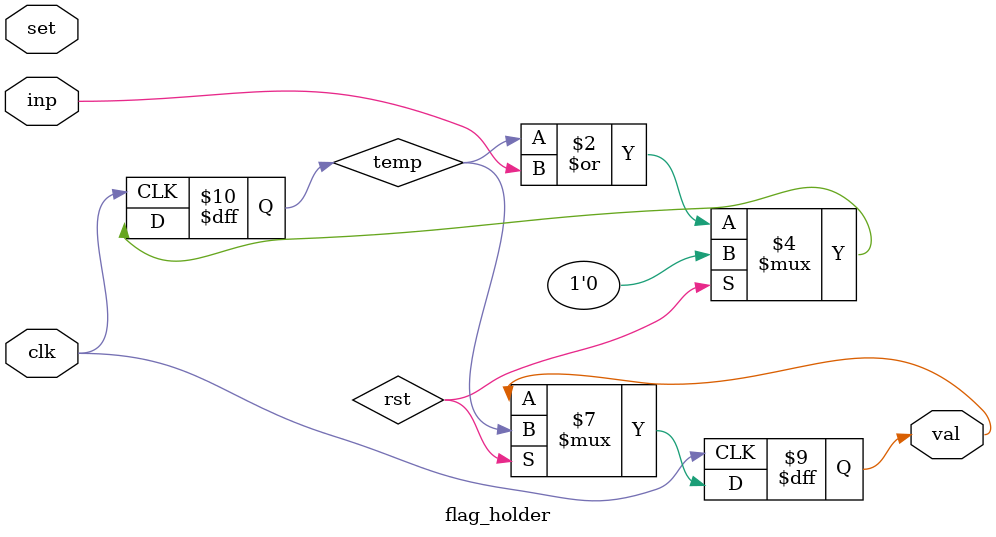
<source format=v>
module flag_holder(
    input clk,
    input set,
    input inp,
    output reg val,
);

    reg temp;

    always@(posedge clk)
    begin
        if (rst) begin
            val <= temp;
            temp <= 0;
        end else begin
            temp <= temp | inp;
        end
    end

endmodule
</source>
